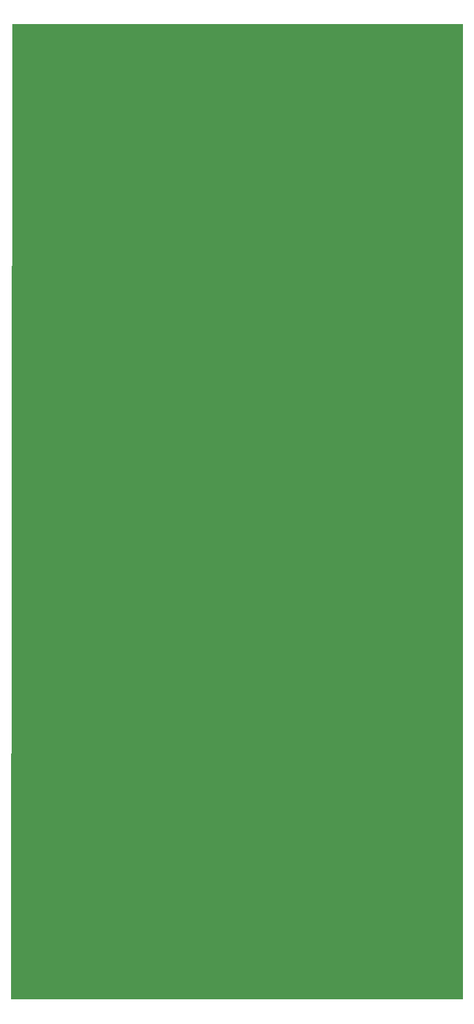
<source format=gbr>
G04 DipTrace 3.3.1.3*
G04 Board.gbr*
%MOIN*%
G04 #@! TF.FileFunction,Drawing,Board polygon*
G04 #@! TF.Part,Single*
%FSLAX26Y26*%
G04*
G70*
G90*
G75*
G01*
G04 BoardPoly*
%LPD*%
G36*
X399951Y5393701D2*
X393701Y393701D1*
X2712451D1*
Y5393701D1*
X399951D1*
G37*
M02*

</source>
